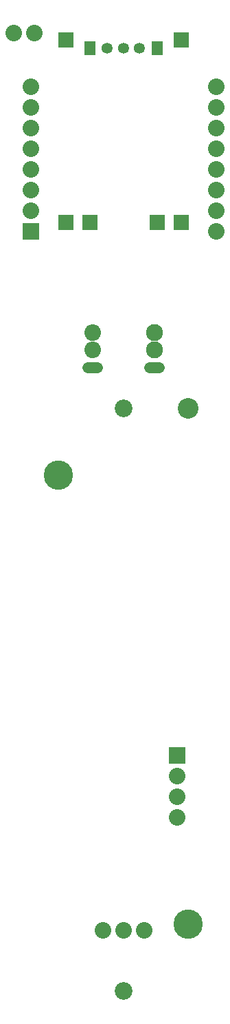
<source format=gbs>
G75*
%MOIN*%
%OFA0B0*%
%FSLAX25Y25*%
%IPPOS*%
%LPD*%
%AMOC8*
5,1,8,0,0,1.08239X$1,22.5*
%
%ADD10C,0.08062*%
%ADD11C,0.08246*%
%ADD12C,0.14200*%
%ADD13C,0.08600*%
%ADD14C,0.10000*%
%ADD15C,0.05324*%
%ADD16R,0.05748X0.06929*%
%ADD17C,0.08000*%
%ADD18R,0.08000X0.08000*%
%ADD19C,0.05400*%
%ADD20R,0.07687X0.07687*%
D10*
X0069124Y0364085D03*
X0069124Y0372589D03*
D11*
X0099124Y0372589D03*
X0099124Y0364085D03*
D12*
X0052628Y0303612D03*
X0115620Y0086289D03*
D13*
X0084124Y0054006D03*
X0084124Y0335896D03*
D14*
X0115620Y0335896D03*
D15*
X0091998Y0510305D03*
X0084124Y0510305D03*
X0076250Y0510305D03*
D16*
X0067785Y0510305D03*
X0100465Y0510309D03*
D17*
X0074124Y0083140D03*
X0084124Y0083140D03*
X0094124Y0083140D03*
X0110241Y0137793D03*
X0110241Y0147793D03*
X0110241Y0157793D03*
X0129163Y0421722D03*
X0129163Y0431722D03*
X0129163Y0441722D03*
X0129163Y0451722D03*
X0129163Y0461722D03*
X0129163Y0471722D03*
X0129163Y0481722D03*
X0129163Y0491722D03*
X0040860Y0517728D03*
X0030860Y0517728D03*
X0039163Y0491722D03*
X0039163Y0481722D03*
X0039163Y0471722D03*
X0039163Y0461722D03*
X0039163Y0451722D03*
X0039163Y0441722D03*
X0039163Y0431722D03*
D18*
X0039163Y0421722D03*
X0110241Y0167793D03*
D19*
X0101524Y0355581D02*
X0096724Y0355581D01*
X0071524Y0355581D02*
X0066724Y0355581D01*
D20*
X0067993Y0426016D03*
X0056182Y0426016D03*
X0056182Y0514205D03*
X0100473Y0426016D03*
X0112284Y0426016D03*
X0112284Y0514205D03*
M02*

</source>
